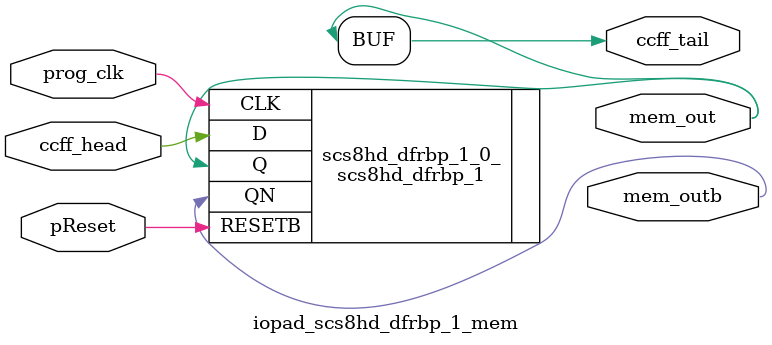
<source format=v>
`timescale 1ns / 1ps

`include "../fpga_defines.v"
module mux_tree_like_tapbuf_size42_mem(pReset,
                                       prog_clk,
                                       ccff_head,
                                       ccff_tail,
                                       mem_out,
                                       mem_outb);
//----- GLOBAL PORTS -----
input [0:0] pReset;
//----- GLOBAL PORTS -----
input [0:0] prog_clk;
//----- INPUT PORTS -----
input [0:0] ccff_head;
//----- OUTPUT PORTS -----
output [0:0] ccff_tail;
//----- OUTPUT PORTS -----
output [0:5] mem_out;
//----- OUTPUT PORTS -----
output [0:5] mem_outb;

//----- BEGIN wire-connection ports -----
//----- END wire-connection ports -----


//----- BEGIN Registered ports -----
//----- END Registered ports -----



// ----- BEGIN Local short connections -----
// ----- END Local short connections -----
// ----- BEGIN Local output short connections -----
	assign ccff_tail[0] = mem_out[5];
// ----- END Local output short connections -----

	scs8hd_dfrbp_1 scs8hd_dfrbp_1_0_ (
		.RESETB(pReset[0]),
		.CLK(prog_clk[0]),
		.D(ccff_head[0]),
		.Q(mem_out[0]),
		.QN(mem_outb[0]));

	scs8hd_dfrbp_1 scs8hd_dfrbp_1_1_ (
		.RESETB(pReset[0]),
		.CLK(prog_clk[0]),
		.D(mem_out[0]),
		.Q(mem_out[1]),
		.QN(mem_outb[1]));

	scs8hd_dfrbp_1 scs8hd_dfrbp_1_2_ (
		.RESETB(pReset[0]),
		.CLK(prog_clk[0]),
		.D(mem_out[1]),
		.Q(mem_out[2]),
		.QN(mem_outb[2]));

	scs8hd_dfrbp_1 scs8hd_dfrbp_1_3_ (
		.RESETB(pReset[0]),
		.CLK(prog_clk[0]),
		.D(mem_out[2]),
		.Q(mem_out[3]),
		.QN(mem_outb[3]));

	scs8hd_dfrbp_1 scs8hd_dfrbp_1_4_ (
		.RESETB(pReset[0]),
		.CLK(prog_clk[0]),
		.D(mem_out[3]),
		.Q(mem_out[4]),
		.QN(mem_outb[4]));

	scs8hd_dfrbp_1 scs8hd_dfrbp_1_5_ (
		.RESETB(pReset[0]),
		.CLK(prog_clk[0]),
		.D(mem_out[4]),
		.Q(mem_out[5]),
		.QN(mem_outb[5]));

endmodule
// ----- END Verilog module for mux_tree_like_tapbuf_size42_mem -----



// ----- Verilog module for mux_tree_like_tapbuf_size14_mem -----
module mux_tree_like_tapbuf_size14_mem(pReset,
                                       prog_clk,
                                       ccff_head,
                                       ccff_tail,
                                       mem_out,
                                       mem_outb);
//----- GLOBAL PORTS -----
input [0:0] pReset;
//----- GLOBAL PORTS -----
input [0:0] prog_clk;
//----- INPUT PORTS -----
input [0:0] ccff_head;
//----- OUTPUT PORTS -----
output [0:0] ccff_tail;
//----- OUTPUT PORTS -----
output [0:3] mem_out;
//----- OUTPUT PORTS -----
output [0:3] mem_outb;

//----- BEGIN wire-connection ports -----
//----- END wire-connection ports -----


//----- BEGIN Registered ports -----
//----- END Registered ports -----



// ----- BEGIN Local short connections -----
// ----- END Local short connections -----
// ----- BEGIN Local output short connections -----
	assign ccff_tail[0] = mem_out[3];
// ----- END Local output short connections -----

	scs8hd_dfrbp_1 scs8hd_dfrbp_1_0_ (
		.RESETB(pReset[0]),
		.CLK(prog_clk[0]),
		.D(ccff_head[0]),
		.Q(mem_out[0]),
		.QN(mem_outb[0]));

	scs8hd_dfrbp_1 scs8hd_dfrbp_1_1_ (
		.RESETB(pReset[0]),
		.CLK(prog_clk[0]),
		.D(mem_out[0]),
		.Q(mem_out[1]),
		.QN(mem_outb[1]));

	scs8hd_dfrbp_1 scs8hd_dfrbp_1_2_ (
		.RESETB(pReset[0]),
		.CLK(prog_clk[0]),
		.D(mem_out[1]),
		.Q(mem_out[2]),
		.QN(mem_outb[2]));

	scs8hd_dfrbp_1 scs8hd_dfrbp_1_3_ (
		.RESETB(pReset[0]),
		.CLK(prog_clk[0]),
		.D(mem_out[2]),
		.Q(mem_out[3]),
		.QN(mem_outb[3]));

endmodule
// ----- END Verilog module for mux_tree_like_tapbuf_size14_mem -----



// ----- Verilog module for mux_tree_like_tapbuf_size2_mem -----
module mux_tree_like_tapbuf_size2_mem(pReset,
                                      prog_clk,
                                      ccff_head,
                                      ccff_tail,
                                      mem_out,
                                      mem_outb);
//----- GLOBAL PORTS -----
input [0:0] pReset;
//----- GLOBAL PORTS -----
input [0:0] prog_clk;
//----- INPUT PORTS -----
input [0:0] ccff_head;
//----- OUTPUT PORTS -----
output [0:0] ccff_tail;
//----- OUTPUT PORTS -----
output [0:1] mem_out;
//----- OUTPUT PORTS -----
output [0:1] mem_outb;

//----- BEGIN wire-connection ports -----
//----- END wire-connection ports -----


//----- BEGIN Registered ports -----
//----- END Registered ports -----



// ----- BEGIN Local short connections -----
// ----- END Local short connections -----
// ----- BEGIN Local output short connections -----
	assign ccff_tail[0] = mem_out[1];
// ----- END Local output short connections -----

	scs8hd_dfrbp_1 scs8hd_dfrbp_1_0_ (
		.RESETB(pReset[0]),
		.CLK(prog_clk[0]),
		.D(ccff_head[0]),
		.Q(mem_out[0]),
		.QN(mem_outb[0]));

	scs8hd_dfrbp_1 scs8hd_dfrbp_1_1_ (
		.RESETB(pReset[0]),
		.CLK(prog_clk[0]),
		.D(mem_out[0]),
		.Q(mem_out[1]),
		.QN(mem_outb[1]));

endmodule
// ----- END Verilog module for mux_tree_like_tapbuf_size2_mem -----



// ----- Verilog module for mux_tree_like_tapbuf_size15_mem -----
module mux_tree_like_tapbuf_size15_mem(pReset,
                                       prog_clk,
                                       ccff_head,
                                       ccff_tail,
                                       mem_out,
                                       mem_outb);
//----- GLOBAL PORTS -----
input [0:0] pReset;
//----- GLOBAL PORTS -----
input [0:0] prog_clk;
//----- INPUT PORTS -----
input [0:0] ccff_head;
//----- OUTPUT PORTS -----
output [0:0] ccff_tail;
//----- OUTPUT PORTS -----
output [0:3] mem_out;
//----- OUTPUT PORTS -----
output [0:3] mem_outb;

//----- BEGIN wire-connection ports -----
//----- END wire-connection ports -----


//----- BEGIN Registered ports -----
//----- END Registered ports -----



// ----- BEGIN Local short connections -----
// ----- END Local short connections -----
// ----- BEGIN Local output short connections -----
	assign ccff_tail[0] = mem_out[3];
// ----- END Local output short connections -----

	scs8hd_dfrbp_1 scs8hd_dfrbp_1_0_ (
		.RESETB(pReset[0]),
		.CLK(prog_clk[0]),
		.D(ccff_head[0]),
		.Q(mem_out[0]),
		.QN(mem_outb[0]));

	scs8hd_dfrbp_1 scs8hd_dfrbp_1_1_ (
		.RESETB(pReset[0]),
		.CLK(prog_clk[0]),
		.D(mem_out[0]),
		.Q(mem_out[1]),
		.QN(mem_outb[1]));

	scs8hd_dfrbp_1 scs8hd_dfrbp_1_2_ (
		.RESETB(pReset[0]),
		.CLK(prog_clk[0]),
		.D(mem_out[1]),
		.Q(mem_out[2]),
		.QN(mem_outb[2]));

	scs8hd_dfrbp_1 scs8hd_dfrbp_1_3_ (
		.RESETB(pReset[0]),
		.CLK(prog_clk[0]),
		.D(mem_out[2]),
		.Q(mem_out[3]),
		.QN(mem_outb[3]));

endmodule
// ----- END Verilog module for mux_tree_like_tapbuf_size15_mem -----



// ----- Verilog module for mux_tree_like_tapbuf_size3_mem -----
module mux_tree_like_tapbuf_size3_mem(pReset,
                                      prog_clk,
                                      ccff_head,
                                      ccff_tail,
                                      mem_out,
                                      mem_outb);
//----- GLOBAL PORTS -----
input [0:0] pReset;
//----- GLOBAL PORTS -----
input [0:0] prog_clk;
//----- INPUT PORTS -----
input [0:0] ccff_head;
//----- OUTPUT PORTS -----
output [0:0] ccff_tail;
//----- OUTPUT PORTS -----
output [0:1] mem_out;
//----- OUTPUT PORTS -----
output [0:1] mem_outb;

//----- BEGIN wire-connection ports -----
//----- END wire-connection ports -----


//----- BEGIN Registered ports -----
//----- END Registered ports -----



// ----- BEGIN Local short connections -----
// ----- END Local short connections -----
// ----- BEGIN Local output short connections -----
	assign ccff_tail[0] = mem_out[1];
// ----- END Local output short connections -----

	scs8hd_dfrbp_1 scs8hd_dfrbp_1_0_ (
		.RESETB(pReset[0]),
		.CLK(prog_clk[0]),
		.D(ccff_head[0]),
		.Q(mem_out[0]),
		.QN(mem_outb[0]));

	scs8hd_dfrbp_1 scs8hd_dfrbp_1_1_ (
		.RESETB(pReset[0]),
		.CLK(prog_clk[0]),
		.D(mem_out[0]),
		.Q(mem_out[1]),
		.QN(mem_outb[1]));

endmodule
// ----- END Verilog module for mux_tree_like_tapbuf_size3_mem -----



// ----- Verilog module for mux_tree_like_tapbuf_size10_mem -----
module mux_tree_like_tapbuf_size10_mem(pReset,
                                       prog_clk,
                                       ccff_head,
                                       ccff_tail,
                                       mem_out,
                                       mem_outb);
//----- GLOBAL PORTS -----
input [0:0] pReset;
//----- GLOBAL PORTS -----
input [0:0] prog_clk;
//----- INPUT PORTS -----
input [0:0] ccff_head;
//----- OUTPUT PORTS -----
output [0:0] ccff_tail;
//----- OUTPUT PORTS -----
output [0:3] mem_out;
//----- OUTPUT PORTS -----
output [0:3] mem_outb;

//----- BEGIN wire-connection ports -----
//----- END wire-connection ports -----


//----- BEGIN Registered ports -----
//----- END Registered ports -----



// ----- BEGIN Local short connections -----
// ----- END Local short connections -----
// ----- BEGIN Local output short connections -----
	assign ccff_tail[0] = mem_out[3];
// ----- END Local output short connections -----

	scs8hd_dfrbp_1 scs8hd_dfrbp_1_0_ (
		.RESETB(pReset[0]),
		.CLK(prog_clk[0]),
		.D(ccff_head[0]),
		.Q(mem_out[0]),
		.QN(mem_outb[0]));

	scs8hd_dfrbp_1 scs8hd_dfrbp_1_1_ (
		.RESETB(pReset[0]),
		.CLK(prog_clk[0]),
		.D(mem_out[0]),
		.Q(mem_out[1]),
		.QN(mem_outb[1]));

	scs8hd_dfrbp_1 scs8hd_dfrbp_1_2_ (
		.RESETB(pReset[0]),
		.CLK(prog_clk[0]),
		.D(mem_out[1]),
		.Q(mem_out[2]),
		.QN(mem_outb[2]));

	scs8hd_dfrbp_1 scs8hd_dfrbp_1_3_ (
		.RESETB(pReset[0]),
		.CLK(prog_clk[0]),
		.D(mem_out[2]),
		.Q(mem_out[3]),
		.QN(mem_outb[3]));

endmodule
// ----- END Verilog module for mux_tree_like_tapbuf_size10_mem -----



// ----- Verilog module for mux_tree_like_tapbuf_size9_mem -----
module mux_tree_like_tapbuf_size9_mem(pReset,
                                      prog_clk,
                                      ccff_head,
                                      ccff_tail,
                                      mem_out,
                                      mem_outb);
//----- GLOBAL PORTS -----
input [0:0] pReset;
//----- GLOBAL PORTS -----
input [0:0] prog_clk;
//----- INPUT PORTS -----
input [0:0] ccff_head;
//----- OUTPUT PORTS -----
output [0:0] ccff_tail;
//----- OUTPUT PORTS -----
output [0:3] mem_out;
//----- OUTPUT PORTS -----
output [0:3] mem_outb;

//----- BEGIN wire-connection ports -----
//----- END wire-connection ports -----


//----- BEGIN Registered ports -----
//----- END Registered ports -----



// ----- BEGIN Local short connections -----
// ----- END Local short connections -----
// ----- BEGIN Local output short connections -----
	assign ccff_tail[0] = mem_out[3];
// ----- END Local output short connections -----

	scs8hd_dfrbp_1 scs8hd_dfrbp_1_0_ (
		.RESETB(pReset[0]),
		.CLK(prog_clk[0]),
		.D(ccff_head[0]),
		.Q(mem_out[0]),
		.QN(mem_outb[0]));

	scs8hd_dfrbp_1 scs8hd_dfrbp_1_1_ (
		.RESETB(pReset[0]),
		.CLK(prog_clk[0]),
		.D(mem_out[0]),
		.Q(mem_out[1]),
		.QN(mem_outb[1]));

	scs8hd_dfrbp_1 scs8hd_dfrbp_1_2_ (
		.RESETB(pReset[0]),
		.CLK(prog_clk[0]),
		.D(mem_out[1]),
		.Q(mem_out[2]),
		.QN(mem_outb[2]));

	scs8hd_dfrbp_1 scs8hd_dfrbp_1_3_ (
		.RESETB(pReset[0]),
		.CLK(prog_clk[0]),
		.D(mem_out[2]),
		.Q(mem_out[3]),
		.QN(mem_outb[3]));

endmodule
// ----- END Verilog module for mux_tree_like_tapbuf_size9_mem -----



// ----- Verilog module for mux_tree_like_tapbuf_size8_mem -----
module mux_tree_like_tapbuf_size8_mem(pReset,
                                      prog_clk,
                                      ccff_head,
                                      ccff_tail,
                                      mem_out,
                                      mem_outb);
//----- GLOBAL PORTS -----
input [0:0] pReset;
//----- GLOBAL PORTS -----
input [0:0] prog_clk;
//----- INPUT PORTS -----
input [0:0] ccff_head;
//----- OUTPUT PORTS -----
output [0:0] ccff_tail;
//----- OUTPUT PORTS -----
output [0:3] mem_out;
//----- OUTPUT PORTS -----
output [0:3] mem_outb;

//----- BEGIN wire-connection ports -----
//----- END wire-connection ports -----


//----- BEGIN Registered ports -----
//----- END Registered ports -----



// ----- BEGIN Local short connections -----
// ----- END Local short connections -----
// ----- BEGIN Local output short connections -----
	assign ccff_tail[0] = mem_out[3];
// ----- END Local output short connections -----

	scs8hd_dfrbp_1 scs8hd_dfrbp_1_0_ (
		.RESETB(pReset[0]),
		.CLK(prog_clk[0]),
		.D(ccff_head[0]),
		.Q(mem_out[0]),
		.QN(mem_outb[0]));

	scs8hd_dfrbp_1 scs8hd_dfrbp_1_1_ (
		.RESETB(pReset[0]),
		.CLK(prog_clk[0]),
		.D(mem_out[0]),
		.Q(mem_out[1]),
		.QN(mem_outb[1]));

	scs8hd_dfrbp_1 scs8hd_dfrbp_1_2_ (
		.RESETB(pReset[0]),
		.CLK(prog_clk[0]),
		.D(mem_out[1]),
		.Q(mem_out[2]),
		.QN(mem_outb[2]));

	scs8hd_dfrbp_1 scs8hd_dfrbp_1_3_ (
		.RESETB(pReset[0]),
		.CLK(prog_clk[0]),
		.D(mem_out[2]),
		.Q(mem_out[3]),
		.QN(mem_outb[3]));

endmodule
// ----- END Verilog module for mux_tree_like_tapbuf_size8_mem -----



// ----- Verilog module for mux_tree_like_tapbuf_size11_mem -----
module mux_tree_like_tapbuf_size11_mem(pReset,
                                       prog_clk,
                                       ccff_head,
                                       ccff_tail,
                                       mem_out,
                                       mem_outb);
//----- GLOBAL PORTS -----
input [0:0] pReset;
//----- GLOBAL PORTS -----
input [0:0] prog_clk;
//----- INPUT PORTS -----
input [0:0] ccff_head;
//----- OUTPUT PORTS -----
output [0:0] ccff_tail;
//----- OUTPUT PORTS -----
output [0:3] mem_out;
//----- OUTPUT PORTS -----
output [0:3] mem_outb;

//----- BEGIN wire-connection ports -----
//----- END wire-connection ports -----


//----- BEGIN Registered ports -----
//----- END Registered ports -----



// ----- BEGIN Local short connections -----
// ----- END Local short connections -----
// ----- BEGIN Local output short connections -----
	assign ccff_tail[0] = mem_out[3];
// ----- END Local output short connections -----

	scs8hd_dfrbp_1 scs8hd_dfrbp_1_0_ (
		.RESETB(pReset[0]),
		.CLK(prog_clk[0]),
		.D(ccff_head[0]),
		.Q(mem_out[0]),
		.QN(mem_outb[0]));

	scs8hd_dfrbp_1 scs8hd_dfrbp_1_1_ (
		.RESETB(pReset[0]),
		.CLK(prog_clk[0]),
		.D(mem_out[0]),
		.Q(mem_out[1]),
		.QN(mem_outb[1]));

	scs8hd_dfrbp_1 scs8hd_dfrbp_1_2_ (
		.RESETB(pReset[0]),
		.CLK(prog_clk[0]),
		.D(mem_out[1]),
		.Q(mem_out[2]),
		.QN(mem_outb[2]));

	scs8hd_dfrbp_1 scs8hd_dfrbp_1_3_ (
		.RESETB(pReset[0]),
		.CLK(prog_clk[0]),
		.D(mem_out[2]),
		.Q(mem_out[3]),
		.QN(mem_outb[3]));

endmodule
// ----- END Verilog module for mux_tree_like_tapbuf_size11_mem -----



// ----- Verilog module for mux_tree_like_tapbuf_size19_mem -----
module mux_tree_like_tapbuf_size19_mem(pReset,
                                       prog_clk,
                                       ccff_head,
                                       ccff_tail,
                                       mem_out,
                                       mem_outb);
//----- GLOBAL PORTS -----
input [0:0] pReset;
//----- GLOBAL PORTS -----
input [0:0] prog_clk;
//----- INPUT PORTS -----
input [0:0] ccff_head;
//----- OUTPUT PORTS -----
output [0:0] ccff_tail;
//----- OUTPUT PORTS -----
output [0:4] mem_out;
//----- OUTPUT PORTS -----
output [0:4] mem_outb;

//----- BEGIN wire-connection ports -----
//----- END wire-connection ports -----


//----- BEGIN Registered ports -----
//----- END Registered ports -----



// ----- BEGIN Local short connections -----
// ----- END Local short connections -----
// ----- BEGIN Local output short connections -----
	assign ccff_tail[0] = mem_out[4];
// ----- END Local output short connections -----

	scs8hd_dfrbp_1 scs8hd_dfrbp_1_0_ (
		.RESETB(pReset[0]),
		.CLK(prog_clk[0]),
		.D(ccff_head[0]),
		.Q(mem_out[0]),
		.QN(mem_outb[0]));

	scs8hd_dfrbp_1 scs8hd_dfrbp_1_1_ (
		.RESETB(pReset[0]),
		.CLK(prog_clk[0]),
		.D(mem_out[0]),
		.Q(mem_out[1]),
		.QN(mem_outb[1]));

	scs8hd_dfrbp_1 scs8hd_dfrbp_1_2_ (
		.RESETB(pReset[0]),
		.CLK(prog_clk[0]),
		.D(mem_out[1]),
		.Q(mem_out[2]),
		.QN(mem_outb[2]));

	scs8hd_dfrbp_1 scs8hd_dfrbp_1_3_ (
		.RESETB(pReset[0]),
		.CLK(prog_clk[0]),
		.D(mem_out[2]),
		.Q(mem_out[3]),
		.QN(mem_outb[3]));

	scs8hd_dfrbp_1 scs8hd_dfrbp_1_4_ (
		.RESETB(pReset[0]),
		.CLK(prog_clk[0]),
		.D(mem_out[3]),
		.Q(mem_out[4]),
		.QN(mem_outb[4]));

endmodule
// ----- END Verilog module for mux_tree_like_tapbuf_size19_mem -----



// ----- Verilog module for mux_tree_like_tapbuf_size4_mem -----
module mux_tree_like_tapbuf_size4_mem(pReset,
                                      prog_clk,
                                      ccff_head,
                                      ccff_tail,
                                      mem_out,
                                      mem_outb);
//----- GLOBAL PORTS -----
input [0:0] pReset;
//----- GLOBAL PORTS -----
input [0:0] prog_clk;
//----- INPUT PORTS -----
input [0:0] ccff_head;
//----- OUTPUT PORTS -----
output [0:0] ccff_tail;
//----- OUTPUT PORTS -----
output [0:2] mem_out;
//----- OUTPUT PORTS -----
output [0:2] mem_outb;

//----- BEGIN wire-connection ports -----
//----- END wire-connection ports -----


//----- BEGIN Registered ports -----
//----- END Registered ports -----



// ----- BEGIN Local short connections -----
// ----- END Local short connections -----
// ----- BEGIN Local output short connections -----
	assign ccff_tail[0] = mem_out[2];
// ----- END Local output short connections -----

	scs8hd_dfrbp_1 scs8hd_dfrbp_1_0_ (
		.RESETB(pReset[0]),
		.CLK(prog_clk[0]),
		.D(ccff_head[0]),
		.Q(mem_out[0]),
		.QN(mem_outb[0]));

	scs8hd_dfrbp_1 scs8hd_dfrbp_1_1_ (
		.RESETB(pReset[0]),
		.CLK(prog_clk[0]),
		.D(mem_out[0]),
		.Q(mem_out[1]),
		.QN(mem_outb[1]));

	scs8hd_dfrbp_1 scs8hd_dfrbp_1_2_ (
		.RESETB(pReset[0]),
		.CLK(prog_clk[0]),
		.D(mem_out[1]),
		.Q(mem_out[2]),
		.QN(mem_outb[2]));

endmodule
// ----- END Verilog module for mux_tree_like_tapbuf_size4_mem -----



// ----- Verilog module for mux_tree_like_tapbuf_size5_mem -----
module mux_tree_like_tapbuf_size5_mem(pReset,
                                      prog_clk,
                                      ccff_head,
                                      ccff_tail,
                                      mem_out,
                                      mem_outb);
//----- GLOBAL PORTS -----
input [0:0] pReset;
//----- GLOBAL PORTS -----
input [0:0] prog_clk;
//----- INPUT PORTS -----
input [0:0] ccff_head;
//----- OUTPUT PORTS -----
output [0:0] ccff_tail;
//----- OUTPUT PORTS -----
output [0:2] mem_out;
//----- OUTPUT PORTS -----
output [0:2] mem_outb;

//----- BEGIN wire-connection ports -----
//----- END wire-connection ports -----


//----- BEGIN Registered ports -----
//----- END Registered ports -----



// ----- BEGIN Local short connections -----
// ----- END Local short connections -----
// ----- BEGIN Local output short connections -----
	assign ccff_tail[0] = mem_out[2];
// ----- END Local output short connections -----

	scs8hd_dfrbp_1 scs8hd_dfrbp_1_0_ (
		.RESETB(pReset[0]),
		.CLK(prog_clk[0]),
		.D(ccff_head[0]),
		.Q(mem_out[0]),
		.QN(mem_outb[0]));

	scs8hd_dfrbp_1 scs8hd_dfrbp_1_1_ (
		.RESETB(pReset[0]),
		.CLK(prog_clk[0]),
		.D(mem_out[0]),
		.Q(mem_out[1]),
		.QN(mem_outb[1]));

	scs8hd_dfrbp_1 scs8hd_dfrbp_1_2_ (
		.RESETB(pReset[0]),
		.CLK(prog_clk[0]),
		.D(mem_out[1]),
		.Q(mem_out[2]),
		.QN(mem_outb[2]));

endmodule
// ----- END Verilog module for mux_tree_like_tapbuf_size5_mem -----



// ----- Verilog module for mux_tree_like_tapbuf_size16_mem -----
module mux_tree_like_tapbuf_size16_mem(pReset,
                                       prog_clk,
                                       ccff_head,
                                       ccff_tail,
                                       mem_out,
                                       mem_outb);
//----- GLOBAL PORTS -----
input [0:0] pReset;
//----- GLOBAL PORTS -----
input [0:0] prog_clk;
//----- INPUT PORTS -----
input [0:0] ccff_head;
//----- OUTPUT PORTS -----
output [0:0] ccff_tail;
//----- OUTPUT PORTS -----
output [0:4] mem_out;
//----- OUTPUT PORTS -----
output [0:4] mem_outb;

//----- BEGIN wire-connection ports -----
//----- END wire-connection ports -----


//----- BEGIN Registered ports -----
//----- END Registered ports -----



// ----- BEGIN Local short connections -----
// ----- END Local short connections -----
// ----- BEGIN Local output short connections -----
	assign ccff_tail[0] = mem_out[4];
// ----- END Local output short connections -----

	scs8hd_dfrbp_1 scs8hd_dfrbp_1_0_ (
		.RESETB(pReset[0]),
		.CLK(prog_clk[0]),
		.D(ccff_head[0]),
		.Q(mem_out[0]),
		.QN(mem_outb[0]));

	scs8hd_dfrbp_1 scs8hd_dfrbp_1_1_ (
		.RESETB(pReset[0]),
		.CLK(prog_clk[0]),
		.D(mem_out[0]),
		.Q(mem_out[1]),
		.QN(mem_outb[1]));

	scs8hd_dfrbp_1 scs8hd_dfrbp_1_2_ (
		.RESETB(pReset[0]),
		.CLK(prog_clk[0]),
		.D(mem_out[1]),
		.Q(mem_out[2]),
		.QN(mem_outb[2]));

	scs8hd_dfrbp_1 scs8hd_dfrbp_1_3_ (
		.RESETB(pReset[0]),
		.CLK(prog_clk[0]),
		.D(mem_out[2]),
		.Q(mem_out[3]),
		.QN(mem_outb[3]));

	scs8hd_dfrbp_1 scs8hd_dfrbp_1_4_ (
		.RESETB(pReset[0]),
		.CLK(prog_clk[0]),
		.D(mem_out[3]),
		.Q(mem_out[4]),
		.QN(mem_outb[4]));

endmodule
// ----- END Verilog module for mux_tree_like_tapbuf_size16_mem -----



// ----- Verilog module for mux_tree_like_tapbuf_size13_mem -----
module mux_tree_like_tapbuf_size13_mem(pReset,
                                       prog_clk,
                                       ccff_head,
                                       ccff_tail,
                                       mem_out,
                                       mem_outb);
//----- GLOBAL PORTS -----
input [0:0] pReset;
//----- GLOBAL PORTS -----
input [0:0] prog_clk;
//----- INPUT PORTS -----
input [0:0] ccff_head;
//----- OUTPUT PORTS -----
output [0:0] ccff_tail;
//----- OUTPUT PORTS -----
output [0:3] mem_out;
//----- OUTPUT PORTS -----
output [0:3] mem_outb;

//----- BEGIN wire-connection ports -----
//----- END wire-connection ports -----


//----- BEGIN Registered ports -----
//----- END Registered ports -----



// ----- BEGIN Local short connections -----
// ----- END Local short connections -----
// ----- BEGIN Local output short connections -----
	assign ccff_tail[0] = mem_out[3];
// ----- END Local output short connections -----

	scs8hd_dfrbp_1 scs8hd_dfrbp_1_0_ (
		.RESETB(pReset[0]),
		.CLK(prog_clk[0]),
		.D(ccff_head[0]),
		.Q(mem_out[0]),
		.QN(mem_outb[0]));

	scs8hd_dfrbp_1 scs8hd_dfrbp_1_1_ (
		.RESETB(pReset[0]),
		.CLK(prog_clk[0]),
		.D(mem_out[0]),
		.Q(mem_out[1]),
		.QN(mem_outb[1]));

	scs8hd_dfrbp_1 scs8hd_dfrbp_1_2_ (
		.RESETB(pReset[0]),
		.CLK(prog_clk[0]),
		.D(mem_out[1]),
		.Q(mem_out[2]),
		.QN(mem_outb[2]));

	scs8hd_dfrbp_1 scs8hd_dfrbp_1_3_ (
		.RESETB(pReset[0]),
		.CLK(prog_clk[0]),
		.D(mem_out[2]),
		.Q(mem_out[3]),
		.QN(mem_outb[3]));

endmodule
// ----- END Verilog module for mux_tree_like_tapbuf_size13_mem -----



// ----- Verilog module for mux_tree_like_tapbuf_size12_mem -----
module mux_tree_like_tapbuf_size12_mem(pReset,
                                       prog_clk,
                                       ccff_head,
                                       ccff_tail,
                                       mem_out,
                                       mem_outb);
//----- GLOBAL PORTS -----
input [0:0] pReset;
//----- GLOBAL PORTS -----
input [0:0] prog_clk;
//----- INPUT PORTS -----
input [0:0] ccff_head;
//----- OUTPUT PORTS -----
output [0:0] ccff_tail;
//----- OUTPUT PORTS -----
output [0:3] mem_out;
//----- OUTPUT PORTS -----
output [0:3] mem_outb;

//----- BEGIN wire-connection ports -----
//----- END wire-connection ports -----


//----- BEGIN Registered ports -----
//----- END Registered ports -----



// ----- BEGIN Local short connections -----
// ----- END Local short connections -----
// ----- BEGIN Local output short connections -----
	assign ccff_tail[0] = mem_out[3];
// ----- END Local output short connections -----

	scs8hd_dfrbp_1 scs8hd_dfrbp_1_0_ (
		.RESETB(pReset[0]),
		.CLK(prog_clk[0]),
		.D(ccff_head[0]),
		.Q(mem_out[0]),
		.QN(mem_outb[0]));

	scs8hd_dfrbp_1 scs8hd_dfrbp_1_1_ (
		.RESETB(pReset[0]),
		.CLK(prog_clk[0]),
		.D(mem_out[0]),
		.Q(mem_out[1]),
		.QN(mem_outb[1]));

	scs8hd_dfrbp_1 scs8hd_dfrbp_1_2_ (
		.RESETB(pReset[0]),
		.CLK(prog_clk[0]),
		.D(mem_out[1]),
		.Q(mem_out[2]),
		.QN(mem_outb[2]));

	scs8hd_dfrbp_1 scs8hd_dfrbp_1_3_ (
		.RESETB(pReset[0]),
		.CLK(prog_clk[0]),
		.D(mem_out[2]),
		.Q(mem_out[3]),
		.QN(mem_outb[3]));

endmodule
// ----- END Verilog module for mux_tree_like_tapbuf_size12_mem -----



// ----- Verilog module for mux_tree_like_tapbuf_size7_mem -----
module mux_tree_like_tapbuf_size7_mem(pReset,
                                      prog_clk,
                                      ccff_head,
                                      ccff_tail,
                                      mem_out,
                                      mem_outb);
//----- GLOBAL PORTS -----
input [0:0] pReset;
//----- GLOBAL PORTS -----
input [0:0] prog_clk;
//----- INPUT PORTS -----
input [0:0] ccff_head;
//----- OUTPUT PORTS -----
output [0:0] ccff_tail;
//----- OUTPUT PORTS -----
output [0:2] mem_out;
//----- OUTPUT PORTS -----
output [0:2] mem_outb;

//----- BEGIN wire-connection ports -----
//----- END wire-connection ports -----


//----- BEGIN Registered ports -----
//----- END Registered ports -----



// ----- BEGIN Local short connections -----
// ----- END Local short connections -----
// ----- BEGIN Local output short connections -----
	assign ccff_tail[0] = mem_out[2];
// ----- END Local output short connections -----

	scs8hd_dfrbp_1 scs8hd_dfrbp_1_0_ (
		.RESETB(pReset[0]),
		.CLK(prog_clk[0]),
		.D(ccff_head[0]),
		.Q(mem_out[0]),
		.QN(mem_outb[0]));

	scs8hd_dfrbp_1 scs8hd_dfrbp_1_1_ (
		.RESETB(pReset[0]),
		.CLK(prog_clk[0]),
		.D(mem_out[0]),
		.Q(mem_out[1]),
		.QN(mem_outb[1]));

	scs8hd_dfrbp_1 scs8hd_dfrbp_1_2_ (
		.RESETB(pReset[0]),
		.CLK(prog_clk[0]),
		.D(mem_out[1]),
		.Q(mem_out[2]),
		.QN(mem_outb[2]));

endmodule
// ----- END Verilog module for mux_tree_like_tapbuf_size7_mem -----



// ----- Verilog module for mux_tree_like_size40_mem -----
module mux_tree_like_size40_mem(pReset,
                                prog_clk,
                                ccff_head,
                                ccff_tail,
                                mem_out,
                                mem_outb);
//----- GLOBAL PORTS -----
input [0:0] pReset;
//----- GLOBAL PORTS -----
input [0:0] prog_clk;
//----- INPUT PORTS -----
input [0:0] ccff_head;
//----- OUTPUT PORTS -----
output [0:0] ccff_tail;
//----- OUTPUT PORTS -----
output [0:5] mem_out;
//----- OUTPUT PORTS -----
output [0:5] mem_outb;

//----- BEGIN wire-connection ports -----
//----- END wire-connection ports -----


//----- BEGIN Registered ports -----
//----- END Registered ports -----



// ----- BEGIN Local short connections -----
// ----- END Local short connections -----
// ----- BEGIN Local output short connections -----
	assign ccff_tail[0] = mem_out[5];
// ----- END Local output short connections -----

	scs8hd_dfrbp_1 scs8hd_dfrbp_1_0_ (
		.RESETB(pReset[0]),
		.CLK(prog_clk[0]),
		.D(ccff_head[0]),
		.Q(mem_out[0]),
		.QN(mem_outb[0]));

	scs8hd_dfrbp_1 scs8hd_dfrbp_1_1_ (
		.RESETB(pReset[0]),
		.CLK(prog_clk[0]),
		.D(mem_out[0]),
		.Q(mem_out[1]),
		.QN(mem_outb[1]));

	scs8hd_dfrbp_1 scs8hd_dfrbp_1_2_ (
		.RESETB(pReset[0]),
		.CLK(prog_clk[0]),
		.D(mem_out[1]),
		.Q(mem_out[2]),
		.QN(mem_outb[2]));

	scs8hd_dfrbp_1 scs8hd_dfrbp_1_3_ (
		.RESETB(pReset[0]),
		.CLK(prog_clk[0]),
		.D(mem_out[2]),
		.Q(mem_out[3]),
		.QN(mem_outb[3]));

	scs8hd_dfrbp_1 scs8hd_dfrbp_1_4_ (
		.RESETB(pReset[0]),
		.CLK(prog_clk[0]),
		.D(mem_out[3]),
		.Q(mem_out[4]),
		.QN(mem_outb[4]));

	scs8hd_dfrbp_1 scs8hd_dfrbp_1_5_ (
		.RESETB(pReset[0]),
		.CLK(prog_clk[0]),
		.D(mem_out[4]),
		.Q(mem_out[5]),
		.QN(mem_outb[5]));

endmodule
// ----- END Verilog module for mux_tree_like_size40_mem -----



// ----- Verilog module for unfrac_lut4_scs8hd_dfrbp_1_mem -----
module unfrac_lut4_scs8hd_dfrbp_1_mem(pReset,
                                      prog_clk,
                                      ccff_head,
                                      ccff_tail,
                                      mem_out,
                                      mem_outb);
//----- GLOBAL PORTS -----
input [0:0] pReset;
//----- GLOBAL PORTS -----
input [0:0] prog_clk;
//----- INPUT PORTS -----
input [0:0] ccff_head;
//----- OUTPUT PORTS -----
output [0:0] ccff_tail;
//----- OUTPUT PORTS -----
output [0:15] mem_out;
//----- OUTPUT PORTS -----
output [0:15] mem_outb;

//----- BEGIN wire-connection ports -----
//----- END wire-connection ports -----


//----- BEGIN Registered ports -----
//----- END Registered ports -----



// ----- BEGIN Local short connections -----
// ----- END Local short connections -----
// ----- BEGIN Local output short connections -----
	assign ccff_tail[0] = mem_out[15];
// ----- END Local output short connections -----

	scs8hd_dfrbp_1 scs8hd_dfrbp_1_0_ (
		.RESETB(pReset[0]),
		.CLK(prog_clk[0]),
		.D(ccff_head[0]),
		.Q(mem_out[0]),
		.QN(mem_outb[0]));

	scs8hd_dfrbp_1 scs8hd_dfrbp_1_1_ (
		.RESETB(pReset[0]),
		.CLK(prog_clk[0]),
		.D(mem_out[0]),
		.Q(mem_out[1]),
		.QN(mem_outb[1]));

	scs8hd_dfrbp_1 scs8hd_dfrbp_1_2_ (
		.RESETB(pReset[0]),
		.CLK(prog_clk[0]),
		.D(mem_out[1]),
		.Q(mem_out[2]),
		.QN(mem_outb[2]));

	scs8hd_dfrbp_1 scs8hd_dfrbp_1_3_ (
		.RESETB(pReset[0]),
		.CLK(prog_clk[0]),
		.D(mem_out[2]),
		.Q(mem_out[3]),
		.QN(mem_outb[3]));

	scs8hd_dfrbp_1 scs8hd_dfrbp_1_4_ (
		.RESETB(pReset[0]),
		.CLK(prog_clk[0]),
		.D(mem_out[3]),
		.Q(mem_out[4]),
		.QN(mem_outb[4]));

	scs8hd_dfrbp_1 scs8hd_dfrbp_1_5_ (
		.RESETB(pReset[0]),
		.CLK(prog_clk[0]),
		.D(mem_out[4]),
		.Q(mem_out[5]),
		.QN(mem_outb[5]));

	scs8hd_dfrbp_1 scs8hd_dfrbp_1_6_ (
		.RESETB(pReset[0]),
		.CLK(prog_clk[0]),
		.D(mem_out[5]),
		.Q(mem_out[6]),
		.QN(mem_outb[6]));

	scs8hd_dfrbp_1 scs8hd_dfrbp_1_7_ (
		.RESETB(pReset[0]),
		.CLK(prog_clk[0]),
		.D(mem_out[6]),
		.Q(mem_out[7]),
		.QN(mem_outb[7]));

	scs8hd_dfrbp_1 scs8hd_dfrbp_1_8_ (
		.RESETB(pReset[0]),
		.CLK(prog_clk[0]),
		.D(mem_out[7]),
		.Q(mem_out[8]),
		.QN(mem_outb[8]));

	scs8hd_dfrbp_1 scs8hd_dfrbp_1_9_ (
		.RESETB(pReset[0]),
		.CLK(prog_clk[0]),
		.D(mem_out[8]),
		.Q(mem_out[9]),
		.QN(mem_outb[9]));

	scs8hd_dfrbp_1 scs8hd_dfrbp_1_10_ (
		.RESETB(pReset[0]),
		.CLK(prog_clk[0]),
		.D(mem_out[9]),
		.Q(mem_out[10]),
		.QN(mem_outb[10]));

	scs8hd_dfrbp_1 scs8hd_dfrbp_1_11_ (
		.RESETB(pReset[0]),
		.CLK(prog_clk[0]),
		.D(mem_out[10]),
		.Q(mem_out[11]),
		.QN(mem_outb[11]));

	scs8hd_dfrbp_1 scs8hd_dfrbp_1_12_ (
		.RESETB(pReset[0]),
		.CLK(prog_clk[0]),
		.D(mem_out[11]),
		.Q(mem_out[12]),
		.QN(mem_outb[12]));

	scs8hd_dfrbp_1 scs8hd_dfrbp_1_13_ (
		.RESETB(pReset[0]),
		.CLK(prog_clk[0]),
		.D(mem_out[12]),
		.Q(mem_out[13]),
		.QN(mem_outb[13]));

	scs8hd_dfrbp_1 scs8hd_dfrbp_1_14_ (
		.RESETB(pReset[0]),
		.CLK(prog_clk[0]),
		.D(mem_out[13]),
		.Q(mem_out[14]),
		.QN(mem_outb[14]));

	scs8hd_dfrbp_1 scs8hd_dfrbp_1_15_ (
		.RESETB(pReset[0]),
		.CLK(prog_clk[0]),
		.D(mem_out[14]),
		.Q(mem_out[15]),
		.QN(mem_outb[15]));

endmodule
// ----- END Verilog module for unfrac_lut4_scs8hd_dfrbp_1_mem -----



// ----- Verilog module for iopad_scs8hd_dfrbp_1_mem -----
module iopad_scs8hd_dfrbp_1_mem(pReset,
                                prog_clk,
                                ccff_head,
                                ccff_tail,
                                mem_out,
                                mem_outb);
//----- GLOBAL PORTS -----
input [0:0] pReset;
//----- GLOBAL PORTS -----
input [0:0] prog_clk;
//----- INPUT PORTS -----
input [0:0] ccff_head;
//----- OUTPUT PORTS -----
output [0:0] ccff_tail;
//----- OUTPUT PORTS -----
output [0:0] mem_out;
//----- OUTPUT PORTS -----
output [0:0] mem_outb;

//----- BEGIN wire-connection ports -----
//----- END wire-connection ports -----


//----- BEGIN Registered ports -----
//----- END Registered ports -----



// ----- BEGIN Local short connections -----
// ----- END Local short connections -----
// ----- BEGIN Local output short connections -----
	assign ccff_tail[0] = mem_out[0];
// ----- END Local output short connections -----

	scs8hd_dfrbp_1 scs8hd_dfrbp_1_0_ (
		.RESETB(pReset[0]),
		.CLK(prog_clk[0]),
		.D(ccff_head[0]),
		.Q(mem_out[0]),
		.QN(mem_outb[0]));

endmodule
// ----- END Verilog module for iopad_scs8hd_dfrbp_1_mem -----




</source>
